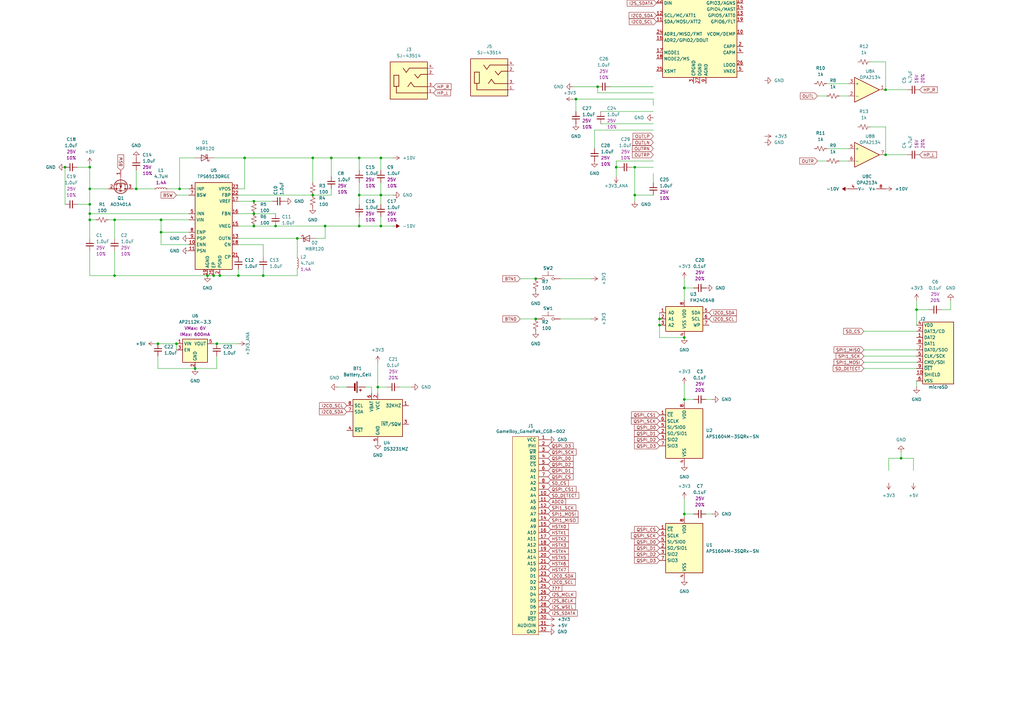
<source format=kicad_sch>
(kicad_sch (version 20250114) (generator "eeschema") (generator_version "9.0")
  (paper "A3")
  (junction (at 55.88 77.47))
  (junction (at 100.33 64.77))
  (junction (at 375.92 127))
  (junction (at 147.32 80.01))
  (junction (at 128.27 80.01))
  (junction (at 280.67 210.82))
  (junction (at 46.99 113.03))
  (junction (at 64.77 140.97))
  (junction (at 80.01 151.13))
  (junction (at 113.03 92.71))
  (junction (at 36.83 87.63))
  (junction (at 363.22 36.83))
  (junction (at 156.21 92.71))
  (junction (at 260.35 80.01))
  (junction (at 270.51 133.35))
  (junction (at 270.51 130.81))
  (junction (at 107.95 113.03))
  (junction (at 104.14 87.63))
  (junction (at 236.22 40.64))
  (junction (at 128.27 64.77))
  (junction (at 156.21 80.01))
  (junction (at 72.39 140.97))
  (junction (at 363.22 63.5))
  (junction (at 219.71 114.3))
  (junction (at 147.32 64.77))
  (junction (at 88.9 140.97))
  (junction (at 156.21 64.77))
  (junction (at 280.67 138.43))
  (junction (at 87.63 113.03))
  (junction (at 154.94 158.75))
  (junction (at 280.67 163.83))
  (junction (at 26.67 68.58))
  (junction (at 147.32 92.71))
  (junction (at 104.14 92.71))
  (junction (at 46.99 90.17))
  (junction (at 135.89 64.77))
  (junction (at 219.71 130.81))
  (junction (at 90.17 113.03))
  (junction (at 245.11 35.56))
  (junction (at 66.04 95.25))
  (junction (at 104.14 82.55))
  (junction (at 133.35 92.71))
  (junction (at 36.83 83.82))
  (junction (at 36.83 90.17))
  (junction (at 121.92 97.79))
  (junction (at 280.67 118.11))
  (junction (at 66.04 90.17))
  (junction (at 85.09 113.03))
  (junction (at 36.83 68.58))
  (junction (at 369.57 187.96))
  (junction (at 36.83 77.47))
  (junction (at 97.79 113.03))
  (junction (at 73.66 77.47))
  (junction (at 252.73 68.58))
  (junction (at 260.35 68.58))
  (wire (pts (xy 252.73 72.39) (xy 252.73 68.58)))
  (wire (pts (xy 375.92 127) (xy 381 127)))
  (wire (pts (xy 100.33 77.47) (xy 97.79 77.47)))
  (wire (pts (xy 252.73 66.04) (xy 267.97 66.04)))
  (wire (pts (xy 128.27 74.93) (xy 128.27 64.77)))
  (wire (pts (xy 36.83 77.47) (xy 44.45 77.47)))
  (wire (pts (xy 339.09 60.96) (xy 347.98 60.96)))
  (wire (pts (xy 31.75 83.82) (xy 36.83 83.82)))
  (wire (pts (xy 280.67 157.48) (xy 280.67 163.83)))
  (wire (pts (xy 260.35 68.58) (xy 267.97 68.58)))
  (wire (pts (xy 97.79 97.79) (xy 121.92 97.79)))
  (wire (pts (xy 39.37 90.17) (xy 36.83 90.17)))
  (wire (pts (xy 245.11 38.1) (xy 267.97 38.1)))
  (wire (pts (xy 107.95 110.49) (xy 107.95 113.03)))
  (wire (pts (xy 46.99 90.17) (xy 46.99 97.79)))
  (wire (pts (xy 129.54 97.79) (xy 133.35 97.79)))
  (wire (pts (xy 121.92 113.03) (xy 107.95 113.03)))
  (wire (pts (xy 85.09 113.03) (xy 87.63 113.03)))
  (wire (pts (xy 375.92 127) (xy 375.92 133.35)))
  (wire (pts (xy 280.67 163.83) (xy 280.67 165.1)))
  (wire (pts (xy 77.47 87.63) (xy 36.83 87.63)))
  (wire (pts (xy 135.89 72.39) (xy 135.89 64.77)))
  (wire (pts (xy 369.57 187.96) (xy 374.65 187.96)))
  (wire (pts (xy 46.99 102.87) (xy 46.99 113.03)))
  (wire (pts (xy 121.92 97.79) (xy 121.92 105.41)))
  (wire (pts (xy 158.75 158.75) (xy 154.94 158.75)))
  (wire (pts (xy 104.14 87.63) (xy 97.79 87.63)))
  (wire (pts (xy 354.33 151.13) (xy 375.92 151.13)))
  (wire (pts (xy 354.33 148.59) (xy 375.92 148.59)))
  (wire (pts (xy 260.35 82.55) (xy 260.35 80.01)))
  (wire (pts (xy 354.33 146.05) (xy 375.92 146.05)))
  (wire (pts (xy 156.21 92.71) (xy 147.32 92.71)))
  (wire (pts (xy 236.22 40.64) (xy 267.97 40.64)))
  (wire (pts (xy 245.11 35.56) (xy 245.11 38.1)))
  (wire (pts (xy 252.73 68.58) (xy 254 68.58)))
  (wire (pts (xy 168.91 158.75) (xy 163.83 158.75)))
  (wire (pts (xy 363.22 52.07) (xy 363.22 63.5)))
  (wire (pts (xy 147.32 88.9) (xy 147.32 92.71)))
  (wire (pts (xy 80.01 151.13) (xy 64.77 151.13)))
  (wire (pts (xy 44.45 90.17) (xy 46.99 90.17)))
  (wire (pts (xy 107.95 113.03) (xy 97.79 113.03)))
  (wire (pts (xy 66.04 95.25) (xy 77.47 95.25)))
  (wire (pts (xy 97.79 92.71) (xy 104.14 92.71)))
  (wire (pts (xy 156.21 80.01) (xy 156.21 83.82)))
  (wire (pts (xy 259.08 68.58) (xy 260.35 68.58)))
  (wire (pts (xy 339.09 39.37) (xy 335.28 39.37)))
  (wire (pts (xy 26.67 68.58) (xy 26.67 83.82)))
  (wire (pts (xy 280.67 114.3) (xy 280.67 118.11)))
  (wire (pts (xy 147.32 92.71) (xy 133.35 92.71)))
  (wire (pts (xy 64.77 140.97) (xy 72.39 140.97)))
  (wire (pts (xy 375.92 123.19) (xy 375.92 127)))
  (wire (pts (xy 356.87 52.07) (xy 363.22 52.07)))
  (wire (pts (xy 213.36 130.81) (xy 219.71 130.81)))
  (wire (pts (xy 100.33 64.77) (xy 100.33 77.47)))
  (wire (pts (xy 156.21 69.85) (xy 156.21 64.77)))
  (wire (pts (xy 36.83 77.47) (xy 36.83 68.58)))
  (wire (pts (xy 250.19 35.56) (xy 267.97 35.56)))
  (wire (pts (xy 372.11 63.5) (xy 363.22 63.5)))
  (wire (pts (xy 280.67 118.11) (xy 280.67 123.19)))
  (wire (pts (xy 389.89 127) (xy 386.08 127)))
  (wire (pts (xy 88.9 140.97) (xy 87.63 140.97)))
  (wire (pts (xy 128.27 64.77) (xy 135.89 64.77)))
  (wire (pts (xy 66.04 90.17) (xy 77.47 90.17)))
  (wire (pts (xy 375.92 156.21) (xy 375.92 158.75)))
  (wire (pts (xy 344.17 66.04) (xy 347.98 66.04)))
  (wire (pts (xy 46.99 113.03) (xy 85.09 113.03)))
  (wire (pts (xy 234.95 40.64) (xy 236.22 40.64)))
  (wire (pts (xy 73.66 64.77) (xy 73.66 77.47)))
  (wire (pts (xy 280.67 210.82) (xy 284.48 210.82)))
  (wire (pts (xy 63.5 77.47) (xy 55.88 77.47)))
  (wire (pts (xy 161.29 64.77) (xy 156.21 64.77)))
  (wire (pts (xy 36.83 102.87) (xy 36.83 113.03)))
  (wire (pts (xy 246.38 50.8) (xy 267.97 50.8)))
  (wire (pts (xy 66.04 90.17) (xy 66.04 95.25)))
  (wire (pts (xy 354.33 135.89) (xy 375.92 135.89)))
  (wire (pts (xy 36.83 83.82) (xy 36.83 77.47)))
  (wire (pts (xy 389.89 123.19) (xy 389.89 127)))
  (wire (pts (xy 97.79 110.49) (xy 97.79 113.03)))
  (wire (pts (xy 364.49 187.96) (xy 369.57 187.96)))
  (wire (pts (xy 121.92 113.03) (xy 121.92 110.49)))
  (wire (pts (xy 267.97 53.34) (xy 243.84 53.34)))
  (wire (pts (xy 135.89 77.47) (xy 135.89 80.01)))
  (wire (pts (xy 152.4 158.75) (xy 152.4 161.29)))
  (wire (pts (xy 344.17 39.37) (xy 347.98 39.37)))
  (wire (pts (xy 270.51 138.43) (xy 280.67 138.43)))
  (wire (pts (xy 97.79 140.97) (xy 88.9 140.97)))
  (wire (pts (xy 374.65 187.96) (xy 374.65 193.04)))
  (wire (pts (xy 280.67 163.83) (xy 284.48 163.83)))
  (wire (pts (xy 147.32 80.01) (xy 156.21 80.01)))
  (wire (pts (xy 280.67 210.82) (xy 280.67 212.09)))
  (wire (pts (xy 113.03 92.71) (xy 104.14 92.71)))
  (wire (pts (xy 68.58 77.47) (xy 73.66 77.47)))
  (wire (pts (xy 292.1 163.83) (xy 289.56 163.83)))
  (wire (pts (xy 133.35 97.79) (xy 133.35 92.71)))
  (wire (pts (xy 242.57 114.3) (xy 229.87 114.3)))
  (wire (pts (xy 46.99 90.17) (xy 66.04 90.17)))
  (wire (pts (xy 87.63 113.03) (xy 90.17 113.03)))
  (wire (pts (xy 104.14 82.55) (xy 111.76 82.55)))
  (wire (pts (xy 149.86 158.75) (xy 152.4 158.75)))
  (wire (pts (xy 128.27 64.77) (xy 100.33 64.77)))
  (wire (pts (xy 107.95 105.41) (xy 107.95 100.33)))
  (wire (pts (xy 97.79 113.03) (xy 90.17 113.03)))
  (wire (pts (xy 156.21 88.9) (xy 156.21 92.71)))
  (wire (pts (xy 236.22 40.64) (xy 236.22 45.72)))
  (wire (pts (xy 107.95 100.33) (xy 97.79 100.33)))
  (wire (pts (xy 260.35 68.58) (xy 260.35 80.01)))
  (wire (pts (xy 36.83 113.03) (xy 46.99 113.03)))
  (wire (pts (xy 252.73 68.58) (xy 252.73 66.04)))
  (wire (pts (xy 147.32 64.77) (xy 156.21 64.77)))
  (wire (pts (xy 87.63 64.77) (xy 100.33 64.77)))
  (wire (pts (xy 243.84 53.34) (xy 243.84 60.96)))
  (wire (pts (xy 128.27 80.01) (xy 135.89 80.01)))
  (wire (pts (xy 364.49 193.04) (xy 364.49 187.96)))
  (wire (pts (xy 36.83 90.17) (xy 36.83 87.63)))
  (wire (pts (xy 135.89 64.77) (xy 147.32 64.77)))
  (wire (pts (xy 128.27 80.01) (xy 97.79 80.01)))
  (wire (pts (xy 66.04 100.33) (xy 66.04 95.25)))
  (wire (pts (xy 280.67 204.47) (xy 280.67 210.82)))
  (wire (pts (xy 154.94 158.75) (xy 154.94 161.29)))
  (wire (pts (xy 147.32 74.93) (xy 147.32 80.01)))
  (wire (pts (xy 36.83 68.58) (xy 36.83 67.31)))
  (wire (pts (xy 270.51 133.35) (xy 270.51 138.43)))
  (wire (pts (xy 339.09 66.04) (xy 335.28 66.04)))
  (wire (pts (xy 73.66 77.47) (xy 77.47 77.47)))
  (wire (pts (xy 147.32 80.01) (xy 147.32 83.82)))
  (wire (pts (xy 363.22 25.4) (xy 363.22 36.83)))
  (wire (pts (xy 292.1 210.82) (xy 289.56 210.82)))
  (wire (pts (xy 339.09 34.29) (xy 347.98 34.29)))
  (wire (pts (xy 267.97 74.93) (xy 267.97 71.12)))
  (wire (pts (xy 142.24 158.75) (xy 138.43 158.75)))
  (wire (pts (xy 363.22 36.83) (xy 372.11 36.83)))
  (wire (pts (xy 63.5 140.97) (xy 64.77 140.97)))
  (wire (pts (xy 284.48 118.11) (xy 280.67 118.11)))
  (wire (pts (xy 72.39 80.01) (xy 77.47 80.01)))
  (wire (pts (xy 270.51 128.27) (xy 270.51 130.81)))
  (wire (pts (xy 55.88 69.85) (xy 55.88 77.47)))
  (wire (pts (xy 88.9 151.13) (xy 80.01 151.13)))
  (wire (pts (xy 260.35 80.01) (xy 267.97 80.01)))
  (wire (pts (xy 270.51 130.81) (xy 270.51 133.35)))
  (wire (pts (xy 242.57 130.81) (xy 229.87 130.81)))
  (wire (pts (xy 267.97 40.64) (xy 267.97 43.18)))
  (wire (pts (xy 213.36 114.3) (xy 219.71 114.3)))
  (wire (pts (xy 104.14 87.63) (xy 113.03 87.63)))
  (wire (pts (xy 88.9 146.05) (xy 88.9 151.13)))
  (wire (pts (xy 147.32 64.77) (xy 147.32 69.85)))
  (wire (pts (xy 369.57 185.42) (xy 369.57 187.96)))
  (wire (pts (xy 354.33 143.51) (xy 375.92 143.51)))
  (wire (pts (xy 31.75 68.58) (xy 36.83 68.58)))
  (wire (pts (xy 72.39 140.97) (xy 72.39 143.51)))
  (wire (pts (xy 246.38 45.72) (xy 267.97 45.72)))
  (wire (pts (xy 55.88 77.47) (xy 54.61 77.47)))
  (wire (pts (xy 113.03 92.71) (xy 133.35 92.71)))
  (wire (pts (xy 36.83 87.63) (xy 36.83 83.82)))
  (wire (pts (xy 156.21 80.01) (xy 156.21 74.93)))
  (wire (pts (xy 104.14 82.55) (xy 97.79 82.55)))
  (wire (pts (xy 356.87 25.4) (xy 363.22 25.4)))
  (wire (pts (xy 80.01 64.77) (xy 73.66 64.77)))
  (wire (pts (xy 161.29 92.71) (xy 156.21 92.71)))
  (wire (pts (xy 234.95 35.56) (xy 245.11 35.56)))
  (wire (pts (xy 36.83 90.17) (xy 36.83 97.79)))
  (wire (pts (xy 64.77 151.13) (xy 64.77 146.05)))
  (wire (pts (xy 161.29 80.01) (xy 156.21 80.01)))
  (wire (pts (xy 154.94 148.59) (xy 154.94 158.75)))
  (wire (pts (xy 77.47 100.33) (xy 66.04 100.33)))
  (global_label "OUTR" (shape input) (at 335.28 66.04 180) (property "Intersheetrefs" "${INTERSHEET_REFS}" (effects (hide yes))))
  (global_label "BTN1" (shape input) (at 213.36 114.3 180) (property "Intersheetrefs" "${INTERSHEET_REFS}" (effects (hide yes))))
  (global_label "I2C0_SDA" (shape input) (at 142.24 168.91 180) (property "Intersheetrefs" "${INTERSHEET_REFS}" (effects (hide yes))))
  (global_label "OUTLN" (shape input) (at 267.97 58.42 180) (property "Intersheetrefs" "${INTERSHEET_REFS}" (effects (hide yes))))
  (global_label "QSPI_CS1" (shape input) (at 224.79 200.66 0) (property "Intersheetrefs" "${INTERSHEET_REFS}" (effects (hide yes))))
  (global_label "I2S_MCLK" (shape input) (at 269.24 -6.35 180) (property "Intersheetrefs" "${INTERSHEET_REFS}" (effects (hide yes))))
  (global_label "OUTR" (shape input) (at 304.8 -3.81 0) (property "Intersheetrefs" "${INTERSHEET_REFS}" (effects (hide yes))))
  (global_label "HP_L" (shape input) (at 177.8 38.1 0) (property "Intersheetrefs" "${INTERSHEET_REFS}" (effects (hide yes))))
  (global_label "QSPI_SCK" (shape input) (at 270.51 219.71 180) (property "Intersheetrefs" "${INTERSHEET_REFS}" (effects (hide yes))))
  (global_label "I2S_BCLK" (shape input) (at 269.24 -3.81 180) (property "Intersheetrefs" "${INTERSHEET_REFS}" (effects (hide yes))))
  (global_label "SD_CS" (shape input) (at 224.79 198.12 0) (property "Intersheetrefs" "${INTERSHEET_REFS}" (effects (hide yes))))
  (global_label "QSPI_D2" (shape input) (at 270.51 227.33 180) (property "Intersheetrefs" "${INTERSHEET_REFS}" (effects (hide yes))))
  (global_label "QSPI_D2" (shape input) (at 224.79 190.5 0) (property "Intersheetrefs" "${INTERSHEET_REFS}" (effects (hide yes))))
  (global_label "OUTLP" (shape input) (at 267.97 55.88 180) (property "Intersheetrefs" "${INTERSHEET_REFS}" (effects (hide yes))))
  (global_label "I2C0_SDA" (shape input) (at 224.79 236.22 0) (property "Intersheetrefs" "${INTERSHEET_REFS}" (effects (hide yes))))
  (global_label "HSTX5" (shape input) (at 224.79 228.6 0) (property "Intersheetrefs" "${INTERSHEET_REFS}" (effects (hide yes))))
  (global_label "QSPI_D1" (shape input) (at 270.51 224.79 180) (property "Intersheetrefs" "${INTERSHEET_REFS}" (effects (hide yes))))
  (global_label "SPI1_MOSI" (shape input) (at 354.33 148.59 180) (property "Intersheetrefs" "${INTERSHEET_REFS}" (effects (hide yes))))
  (global_label "QSPI_D1" (shape input) (at 224.79 193.04 0) (property "Intersheetrefs" "${INTERSHEET_REFS}" (effects (hide yes))))
  (global_label "HP_R" (shape input) (at 377.19 36.83 0) (property "Intersheetrefs" "${INTERSHEET_REFS}" (effects (hide yes))))
  (global_label "I2C0_SCL" (shape input) (at 224.79 238.76 0) (property "Intersheetrefs" "${INTERSHEET_REFS}" (effects (hide yes))))
  (global_label "QSPI_D3" (shape input) (at 270.51 229.87 180) (property "Intersheetrefs" "${INTERSHEET_REFS}" (effects (hide yes))))
  (global_label "OUTL" (shape input) (at 304.8 -6.35 0) (property "Intersheetrefs" "${INTERSHEET_REFS}" (effects (hide yes))))
  (global_label "???" (shape input) (at 224.79 241.3 0) (property "Intersheetrefs" "${INTERSHEET_REFS}" (effects (hide yes))))
  (global_label "I2S_BCLK" (shape input) (at 224.79 246.38 0) (property "Intersheetrefs" "${INTERSHEET_REFS}" (effects (hide yes))))
  (global_label "QSPI_D3" (shape input) (at 224.79 182.88 0) (property "Intersheetrefs" "${INTERSHEET_REFS}" (effects (hide yes))))
  (global_label "QSPI_D0" (shape input) (at 270.51 175.26 180) (property "Intersheetrefs" "${INTERSHEET_REFS}" (effects (hide yes))))
  (global_label "BSW" (shape input) (at 72.39 80.01 180) (property "Intersheetrefs" "${INTERSHEET_REFS}" (effects (hide yes))))
  (global_label "HSTX1" (shape input) (at 224.79 218.44 0) (property "Intersheetrefs" "${INTERSHEET_REFS}" (effects (hide yes))))
  (global_label "OUTRN" (shape input) (at 267.97 60.96 180) (property "Intersheetrefs" "${INTERSHEET_REFS}" (effects (hide yes))))
  (global_label "OUTL" (shape input) (at 335.28 39.37 180) (property "Intersheetrefs" "${INTERSHEET_REFS}" (effects (hide yes))))
  (global_label "I2C0_SCL" (shape input) (at 142.24 166.37 180) (property "Intersheetrefs" "${INTERSHEET_REFS}" (effects (hide yes))))
  (global_label "HSTX4" (shape input) (at 224.79 226.06 0) (property "Intersheetrefs" "${INTERSHEET_REFS}" (effects (hide yes))))
  (global_label "QSPI_D3" (shape input) (at 270.51 182.88 180) (property "Intersheetrefs" "${INTERSHEET_REFS}" (effects (hide yes))))
  (global_label "QSPI_D0" (shape input) (at 270.51 222.25 180) (property "Intersheetrefs" "${INTERSHEET_REFS}" (effects (hide yes))))
  (global_label "OUTRP" (shape input) (at 267.97 63.5 180) (property "Intersheetrefs" "${INTERSHEET_REFS}" (effects (hide yes))))
  (global_label "I2S_SDATA" (shape input) (at 224.79 251.46 0) (property "Intersheetrefs" "${INTERSHEET_REFS}" (effects (hide yes))))
  (global_label "I2S_WSEL" (shape input) (at 224.79 248.92 0) (property "Intersheetrefs" "${INTERSHEET_REFS}" (effects (hide yes))))
  (global_label "QSPI_D1" (shape input) (at 270.51 177.8 180) (property "Intersheetrefs" "${INTERSHEET_REFS}" (effects (hide yes))))
  (global_label "QSPI_CS1" (shape input) (at 270.51 170.18 180) (property "Intersheetrefs" "${INTERSHEET_REFS}" (effects (hide yes))))
  (global_label "SD_DETECT" (shape input) (at 354.33 151.13 180) (property "Intersheetrefs" "${INTERSHEET_REFS}" (effects (hide yes))))
  (global_label "SPI1_MOSI" (shape input) (at 224.79 210.82 0) (property "Intersheetrefs" "${INTERSHEET_REFS}" (effects (hide yes))))
  (global_label "QSPI_D2" (shape input) (at 270.51 180.34 180) (property "Intersheetrefs" "${INTERSHEET_REFS}" (effects (hide yes))))
  (global_label "QSPI_D0" (shape input) (at 224.79 187.96 0) (property "Intersheetrefs" "${INTERSHEET_REFS}" (effects (hide yes))))
  (global_label "I2C0_SDA" (shape input) (at 290.83 128.27 0) (property "Intersheetrefs" "${INTERSHEET_REFS}" (effects (hide yes))))
  (global_label "I2S_WSEL" (shape input) (at 269.24 -1.27 180) (property "Intersheetrefs" "${INTERSHEET_REFS}" (effects (hide yes))))
  (global_label "I2C0_SDA" (shape input) (at 269.24 6.35 180) (property "Intersheetrefs" "${INTERSHEET_REFS}" (effects (hide yes))))
  (global_label "HSTX3" (shape input) (at 224.79 223.52 0) (property "Intersheetrefs" "${INTERSHEET_REFS}" (effects (hide yes))))
  (global_label "SPI1_SCK" (shape input) (at 354.33 146.05 180) (property "Intersheetrefs" "${INTERSHEET_REFS}" (effects (hide yes))))
  (global_label "HP_L" (shape input) (at 377.19 63.5 0) (property "Intersheetrefs" "${INTERSHEET_REFS}" (effects (hide yes))))
  (global_label "BTN0" (shape input) (at 213.36 130.81 180) (property "Intersheetrefs" "${INTERSHEET_REFS}" (effects (hide yes))))
  (global_label "SPI1_MISO" (shape input) (at 354.33 143.51 180) (property "Intersheetrefs" "${INTERSHEET_REFS}" (effects (hide yes))))
  (global_label "SD_CS" (shape input) (at 354.33 135.89 180) (property "Intersheetrefs" "${INTERSHEET_REFS}" (effects (hide yes))))
  (global_label "QSPI_SCK" (shape input) (at 224.79 185.42 0) (property "Intersheetrefs" "${INTERSHEET_REFS}" (effects (hide yes))))
  (global_label "I2S_SDATA" (shape input) (at 269.24 1.27 180) (property "Intersheetrefs" "${INTERSHEET_REFS}" (effects (hide yes))))
  (global_label "ADC0" (shape input) (at 224.79 205.74 0) (property "Intersheetrefs" "${INTERSHEET_REFS}" (effects (hide yes))))
  (global_label "HP_R" (shape input) (at 177.8 35.56 0) (property "Intersheetrefs" "${INTERSHEET_REFS}" (effects (hide yes))))
  (global_label "SD_DETECT" (shape input) (at 224.79 203.2 0) (property "Intersheetrefs" "${INTERSHEET_REFS}" (effects (hide yes))))
  (global_label "SPI1_SCK" (shape input) (at 224.79 208.28 0) (property "Intersheetrefs" "${INTERSHEET_REFS}" (effects (hide yes))))
  (global_label "HSTX2" (shape input) (at 224.79 220.98 0) (property "Intersheetrefs" "${INTERSHEET_REFS}" (effects (hide yes))))
  (global_label "BSW" (shape input) (at 49.53 69.85 90) (property "Intersheetrefs" "${INTERSHEET_REFS}" (effects (hide yes))))
  (global_label "I2C0_SCL" (shape input) (at 269.24 8.89 180) (property "Intersheetrefs" "${INTERSHEET_REFS}" (effects (hide yes))))
  (global_label "I2S_MCLK" (shape input) (at 224.79 243.84 0) (property "Intersheetrefs" "${INTERSHEET_REFS}" (effects (hide yes))))
  (global_label "HSTX6" (shape input) (at 224.79 231.14 0) (property "Intersheetrefs" "${INTERSHEET_REFS}" (effects (hide yes))))
  (global_label "QSPI_CS" (shape input) (at 224.79 195.58 0) (property "Intersheetrefs" "${INTERSHEET_REFS}" (effects (hide yes))))
  (global_label "I2C0_SCL" (shape input) (at 290.83 130.81 0) (property "Intersheetrefs" "${INTERSHEET_REFS}" (effects (hide yes))))
  (global_label "HSTX0" (shape input) (at 224.79 215.9 0) (property "Intersheetrefs" "${INTERSHEET_REFS}" (effects (hide yes))))
  (global_label "QSPI_CS" (shape input) (at 270.51 217.17 180) (property "Intersheetrefs" "${INTERSHEET_REFS}" (effects (hide yes))))
  (global_label "SPI1_MISO" (shape input) (at 224.79 213.36 0) (property "Intersheetrefs" "${INTERSHEET_REFS}" (effects (hide yes))))
  (global_label "HSTX7" (shape input) (at 224.79 233.68 0) (property "Intersheetrefs" "${INTERSHEET_REFS}" (effects (hide yes))))
  (global_label "QSPI_SCK" (shape input) (at 270.51 172.72 180) (property "Intersheetrefs" "${INTERSHEET_REFS}" (effects (hide yes))))
  (symbol (lib_id "Connector_GameBoy:GameBoy_GamePak_CGB-002") (at 220.98 219.71 0) (unit 1)
    (property "Reference" "J1" (at 217.678 174.625 0))
    (property "Value" "GameBoy_GamePak_CGB-002" (at 217.678 176.9364 0))
    (property "Footprint" "Connector_GameBoy:GameBoy_GamePak_CGB-002_P1.50mm_Edge" (effects (hide yes)))
  )
  (symbol (lib_id "Memory_RAM:APS1604M-3SQRx-SN") (at 280.67 224.79 0) (unit 1)
    (property "Reference" "U1" (at 289.56 223.52 0) (effects (justify left)))
    (property "Value" "APS1604M-3SQRx-SN" (at 289.56 226.06 0) (effects (justify left)))
    (property "Footprint" "Package_SO:SOIC-8_3.9x4.9mm_P1.27mm" (effects (hide yes)))
    (property "Datasheet" "https://www.mouser.com/datasheet/2/1127/APM_PSRAM_QSPI_APS1604M_3SQR_v2_7_PKG-1954896.pdf" (effects (hide yes)))
    (property "Description" "16 Mbit / 2M x 8-bits serial pseudo SRAM MEMORY, up to 133MHz, 2.7-3.6V supply, SOIC-8 (SOP-8)" (effects (hide yes)))
  )
  (symbol (lib_id "SparkFun-Capacitor:4.7uF_1206_16V_20%") (at 374.65 63.5 90) (unit 1)
    (property "Reference" "C4" (at 370.8463 60.96 0) (effects (justify left)))
    (property "Value" "4.7uF" (at 373.3863 60.96 0) (effects (justify left)))
    (property "Footprint" "SparkFun-Capacitor:C_1206_3216Metric" (effects (hide yes)))
    (property "Datasheet" "https://search.kemet.com/download/datasheet/C1206C475Z4VAC7800" (effects (hide yes)))
    (property "Description" "Unpolarized capacitor" (effects (hide yes)))
    (property "PROD_ID" "CAP-10300" (effects (hide yes)))
    (property "Voltage" "16V" (at 375.9263 60.96 0) (effects (justify left)))
    (property "Tolerance" "20%" (at 378.4663 60.96 0) (effects (justify left)))
    (property "Temperature Coefficient" "Y5V" (effects (hide yes)))
  )
  (symbol (lib_id "power:+5V") (at 36.83 67.31 0) (unit 1)
    (property "Reference" "#PWR01" (effects (hide yes)))
    (property "Value" "+5V" (at 36.83 62.23 0))
    (property "Description" "Power symbol creates a global label with name \"+5V\"" (effects (hide yes)))
  )
  (symbol (lib_id "power:GND") (at 280.67 190.5 0) (unit 1)
    (property "Reference" "#PWR03" (effects (hide yes)))
    (property "Value" "GND" (at 280.67 195.58 0))
    (property "Description" "Power symbol creates a global label with name \"GND\" , ground" (effects (hide yes)))
  )
  (symbol (lib_id "SparkFun-Capacitor:1.0uF_0805_25V_10%") (at 267.97 77.47 0) (unit 1)
    (property "Reference" "C25" (at 270.51 73.6663 0) (effects (justify left)))
    (property "Value" "1.0uF" (at 270.51 76.2063 0) (effects (justify left)))
    (property "Footprint" "SparkFun-Capacitor:C_0402_1005Metric" (effects (hide yes)))
    (property "Datasheet" "https://cdn.sparkfun.com/assets/8/a/4/a/5/Kemet_Capacitor_Datasheet.pdf" (effects (hide yes)))
    (property "Description" "Unpolarized capacitor" (effects (hide yes)))
    (property "PROD_ID" "CAP-08064" (effects (hide yes)))
    (property "Voltage" "25V" (at 270.51 78.7463 0) (effects (justify left)))
    (property "Tolerance" "10%" (at 270.51 81.2863 0) (effects (justify left)))
  )
  (symbol (lib_id "Amplifier_Operational:OPA2134") (at 355.6 36.83 0) (unit 1)
    (property "Reference" "U8" (at 356.87 29.21 0))
    (property "Value" "OPA2134" (at 356.87 31.75 0))
    (property "Datasheet" "http://www.ti.com/lit/ds/symlink/opa134.pdf" (effects (hide yes)))
    (property "Description" "Dual SoundPlus High Performance Audio Operational Amplifiers, DIP-8/SOIC-8" (effects (hide yes)))
  )
  (symbol (lib_id "power:GND") (at 219.71 119.38 0) (unit 1)
    (property "Reference" "#PWR051" (effects (hide yes)))
    (property "Value" "GND" (at 219.71 124.46 0))
    (property "Description" "Power symbol creates a global label with name \"GND\" , ground" (effects (hide yes)))
  )
  (symbol (lib_id "power:+3V3") (at 154.94 148.59 0) (unit 1)
    (property "Reference" "#PWR031" (effects (hide yes)))
    (property "Value" "+3V3" (at 154.94 143.51 0))
    (property "Description" "Power symbol creates a global label with name \"+3V3\"" (effects (hide yes)))
  )
  (symbol (lib_id "Timer_RTC:DS3231MZ") (at 154.94 171.45 0) (unit 1)
    (property "Reference" "U4" (at 157.2672 181.61 0) (effects (justify left)))
    (property "Value" "DS3231MZ" (at 157.2672 184.15 0) (effects (justify left)))
    (property "Footprint" "Package_SO:SOIC-8_3.9x4.9mm_P1.27mm" (effects (hide yes)))
    (property "Datasheet" "http://datasheets.maximintegrated.com/en/ds/DS3231M.pdf" (effects (hide yes)))
    (property "Description" "±5ppm, I2C Real-Time Clock SOIC-8" (effects (hide yes)))
  )
  (symbol (lib_id "power:GND") (at 292.1 163.83 90) (unit 1)
    (property "Reference" "#PWR02" (effects (hide yes)))
    (property "Value" "GND" (at 295.91 163.83 90) (effects (justify right)))
    (property "Description" "Power symbol creates a global label with name \"GND\" , ground" (effects (hide yes)))
  )
  (symbol (lib_id "Diode:MBR1020VL") (at 83.82 64.77 180) (unit 1)
    (property "Reference" "D1" (at 84.1375 58.42 0))
    (property "Value" "MBR120" (at 84.1375 60.96 0))
    (property "Footprint" "Diode_SMD:D_SOD-123F" (effects (hide yes)))
    (property "Datasheet" "https://www.onsemi.com/pub/Collateral/MBR1020VL-D.PDF" (effects (hide yes)))
    (property "Description" "20V, 1A, 340 mV, Schottky Diode Rectifier, SOD-123F" (effects (hide yes)))
  )
  (symbol (lib_id "power:+10V") (at 161.29 64.77 270) (unit 1)
    (property "Reference" "#PWR010" (effects (hide yes)))
    (property "Value" "+10V" (at 165.1 64.77 90) (effects (justify left)))
    (property "Description" "Power symbol creates a global label with name \"+10V\"" (effects (hide yes)))
  )
  (symbol (lib_id "SparkFun-Capacitor:1.0uF_0805_25V_10%") (at 156.21 72.39 0) (unit 1)
    (property "Reference" "C9" (at 158.75 68.5863 0) (effects (justify left)))
    (property "Value" "1.0uF" (at 158.75 71.1263 0) (effects (justify left)))
    (property "Footprint" "SparkFun-Capacitor:C_1206_3216Metric" (effects (hide yes)))
    (property "Datasheet" "https://cdn.sparkfun.com/assets/8/a/4/a/5/Kemet_Capacitor_Datasheet.pdf" (effects (hide yes)))
    (property "Description" "Unpolarized capacitor" (effects (hide yes)))
    (property "PROD_ID" "CAP-08064" (effects (hide yes)))
    (property "Voltage" "25V" (at 158.75 73.6663 0) (effects (justify left)))
    (property "Tolerance" "10%" (at 158.75 76.2063 0) (effects (justify left)))
  )
  (symbol (lib_id "SparkFun-Resistor:1k_0603") (at 354.33 25.4 0) (unit 1)
    (property "Reference" "R12" (at 354.33 19.05 0))
    (property "Value" "1k" (at 354.33 21.59 0))
    (property "Footprint" "SparkFun-Resistor:R_0603_1608Metric" (effects (hide yes)))
    (property "Datasheet" "https://www.vishay.com/docs/20035/dcrcwe3.pdf" (effects (hide yes)))
    (property "Description" "Resistor" (effects (hide yes)))
    (property "PROD_ID" "RES-07856" (effects (hide yes)))
  )
  (symbol (lib_id "power:+3V3") (at 364.49 198.12 180) (unit 1)
    (property "Reference" "#PWR019" (effects (hide yes)))
    (property "Value" "+3V3" (at 364.49 203.2 0))
    (property "Description" "Power symbol creates a global label with name \"+3V3\"" (effects (hide yes)))
  )
  (symbol (lib_id "power:GND") (at 243.84 66.04 0) (unit 1)
    (property "Reference" "#PWR048" (effects (hide yes)))
    (property "Value" "GND" (at 243.84 71.12 0))
    (property "Description" "Power symbol creates a global label with name \"GND\" , ground" (effects (hide yes)))
  )
  (symbol (lib_id "power:GND") (at 267.97 48.26 270) (unit 1)
    (property "Reference" "#PWR046" (effects (hide yes)))
    (property "Value" "GND" (at 264.16 48.26 90) (effects (justify right)))
    (property "Description" "Power symbol creates a global label with name \"GND\" , ground" (effects (hide yes)))
  )
  (symbol (lib_id "Amplifier_Operational:OPA2134") (at 355.6 63.5 0) (unit 2)
    (property "Reference" "U8" (at 356.87 55.88 0))
    (property "Value" "OPA2134" (at 356.87 58.42 0))
    (property "Datasheet" "http://www.ti.com/lit/ds/symlink/opa134.pdf" (effects (hide yes)))
    (property "Description" "Dual SoundPlus High Performance Audio Operational Amplifiers, DIP-8/SOIC-8" (effects (hide yes)))
  )
  (symbol (lib_id "power:+3V3") (at 280.67 157.48 0) (unit 1)
    (property "Reference" "#PWR029" (effects (hide yes)))
    (property "Value" "+3V3" (at 280.67 152.4 0))
    (property "Description" "Power symbol creates a global label with name \"+3V3\"" (effects (hide yes)))
  )
  (symbol (lib_id "power:+3V3") (at 242.57 130.81 270) (unit 1)
    (property "Reference" "#PWR054" (effects (hide yes)))
    (property "Value" "+3V3" (at 247.65 130.81 0))
    (property "Description" "Power symbol creates a global label with name \"+3V3\"" (effects (hide yes)))
  )
  (symbol (lib_id "SparkFun-PowerSymbol:3.3V") (at 252.73 72.39 180) (unit 1)
    (property "Reference" "#PWR043" (effects (hide yes)))
    (property "Value" "+3V3_ANA" (at 252.73 76.2 0))
    (property "Description" "Power symbol creates a global label with name \"3.3V\"" (effects (hide yes)))
  )
  (symbol (lib_id "power:GND") (at 219.71 135.89 0) (unit 1)
    (property "Reference" "#PWR052" (effects (hide yes)))
    (property "Value" "GND" (at 219.71 140.97 0))
    (property "Description" "Power symbol creates a global label with name \"GND\" , ground" (effects (hide yes)))
  )
  (symbol (lib_id "SparkFun-Capacitor:1.0uF_0805_25V_10%") (at 114.3 82.55 90) (unit 1)
    (property "Reference" "C10" (at 113.03 80.01 0) (effects (justify left)))
    (property "Value" "1.0uF" (at 115.57 80.01 0) (effects (justify left)))
    (property "Footprint" "SparkFun-Capacitor:C_0603_1608Metric" (effects (hide yes)))
    (property "Datasheet" "https://cdn.sparkfun.com/assets/8/a/4/a/5/Kemet_Capacitor_Datasheet.pdf" (effects (hide yes)))
    (property "Description" "Unpolarized capacitor" (effects (hide yes)))
    (property "PROD_ID" "CAP-08064" (effects (hide yes)))
    (property "Voltage" "25V" (effects (hide yes)))
    (property "Tolerance" "10%" (effects (hide yes)))
  )
  (symbol (lib_id "power:+5V") (at 224.79 256.54 270) (unit 1)
    (property "Reference" "#PWR016" (effects (hide yes)))
    (property "Value" "+5V" (at 228.6 256.54 90) (effects (justify left)))
    (property "Description" "Power symbol creates a global label with name \"+5V\"" (effects (hide yes)))
  )
  (symbol (lib_id "power:GND") (at 154.94 181.61 0) (unit 1)
    (property "Reference" "#PWR030" (effects (hide yes)))
    (property "Value" "GND" (at 154.94 186.69 0))
    (property "Description" "Power symbol creates a global label with name \"GND\" , ground" (effects (hide yes)))
  )
  (symbol (lib_id "SparkFun-Resistor:1k_0603") (at 336.55 60.96 0) (unit 1)
    (property "Reference" "R11" (at 336.55 54.61 0))
    (property "Value" "1k" (at 336.55 57.15 0))
    (property "Footprint" "SparkFun-Resistor:R_0603_1608Metric" (effects (hide yes)))
    (property "Datasheet" "https://www.vishay.com/docs/20035/dcrcwe3.pdf" (effects (hide yes)))
    (property "Description" "Resistor" (effects (hide yes)))
    (property "PROD_ID" "RES-07856" (effects (hide yes)))
  )
  (symbol (lib_id "SparkFun-Capacitor:0.1uF_0603_25V_20%") (at 383.54 127 90) (unit 1)
    (property "Reference" "C6" (at 383.5463 115.57 90))
    (property "Value" "0.1uF" (at 383.5463 118.11 90))
    (property "Footprint" "SparkFun-Capacitor:C_0603_1608Metric" (effects (hide yes)))
    (property "Datasheet" "https://cdn.sparkfun.com/assets/8/a/4/a/5/Kemet_Capacitor_Datasheet.pdf" (effects (hide yes)))
    (property "Description" "Unpolarized capacitor" (effects (hide yes)))
    (property "PROD_ID" "CAP-00810" (effects (hide yes)))
    (property "Voltage" "25V" (at 383.5463 120.65 90))
    (property "Tolerance" "20%" (at 383.5463 123.19 90))
  )
  (symbol (lib_id "SparkFun-Capacitor:1.0uF_0805_25V_10%") (at 135.89 74.93 0) (unit 1)
    (property "Reference" "C8" (at 138.43 71.1263 0) (effects (justify left)))
    (property "Value" "1.0uF" (at 138.43 73.6663 0) (effects (justify left)))
    (property "Footprint" "SparkFun-Capacitor:C_1206_3216Metric" (effects (hide yes)))
    (property "Datasheet" "https://cdn.sparkfun.com/assets/8/a/4/a/5/Kemet_Capacitor_Datasheet.pdf" (effects (hide yes)))
    (property "Description" "Unpolarized capacitor" (effects (hide yes)))
    (property "PROD_ID" "CAP-08064" (effects (hide yes)))
    (property "Voltage" "25V" (at 138.43 76.2063 0) (effects (justify left)))
    (property "Tolerance" "10%" (at 138.43 78.7463 0) (effects (justify left)))
  )
  (symbol (lib_id "SparkFun-PowerSymbol:3.3V") (at 97.79 140.97 270) (unit 1)
    (property "Reference" "#PWR039" (effects (hide yes)))
    (property "Value" "+3V3_ANA" (at 101.6 140.97 0))
    (property "Description" "Power symbol creates a global label with name \"3.3V\"" (effects (hide yes)))
  )
  (symbol (lib_id "Memory_NVRAM:FM24C64B") (at 280.67 130.81 0) (unit 1)
    (property "Reference" "U3" (at 282.9972 120.65 0) (effects (justify left)))
    (property "Value" "FM24C64B" (at 282.9972 123.19 0) (effects (justify left)))
    (property "Footprint" "Package_SO:SOIC-8_3.9x4.9mm_P1.27mm" (effects (hide yes)))
    (property "Datasheet" "http://www.cypress.com/file/41651/download" (effects (hide yes)))
    (property "Description" "64Kb serial FRAM nonvolatile Memory, SOIC-8" (effects (hide yes)))
  )
  (symbol (lib_id "power:GND") (at 80.01 151.13 0) (unit 1)
    (property "Reference" "#PWR038" (effects (hide yes)))
    (property "Value" "GND" (at 80.01 156.21 0))
    (property "Description" "Power symbol creates a global label with name \"GND\" , ground" (effects (hide yes)))
  )
  (symbol (lib_id "SparkFun-Resistor:100_0603") (at 128.27 82.55 90) (unit 1)
    (property "Reference" "R4" (at 130.81 81.28 90) (effects (justify right)))
    (property "Value" "100" (at 130.81 83.82 90) (effects (justify right)))
    (property "Footprint" "SparkFun-Resistor:R_0603_1608Metric" (effects (hide yes)))
    (property "Datasheet" "https://www.vishay.com/docs/20035/dcrcwe3.pdf" (effects (hide yes)))
    (property "Description" "Resistor" (effects (hide yes)))
    (property "PROD_ID" "RES-07863" (effects (hide yes)))
  )
  (symbol (lib_id "power:GND") (at 289.56 118.11 90) (unit 1)
    (property "Reference" "#PWR035" (effects (hide yes)))
    (property "Value" "GND" (at 293.37 118.11 90) (effects (justify right)))
    (property "Description" "Power symbol creates a global label with name \"GND\" , ground" (effects (hide yes)))
  )
  (symbol (lib_id "SparkFun-Connector:microSD_PushPush") (at 384.81 146.05 0) (unit 1)
    (property "Reference" "J2" (at 378.46 130.81 0))
    (property "Value" "microSD" (at 384.81 158.75 0))
    (property "Footprint" "SparkFun-Connector:microSD_External_Pin" (effects (hide yes)))
    (property "Datasheet" "https://cdn.sparkfun.com/assets/a/d/6/0/8/microSD_Datasheet_msd-1-a.pdf" (effects (hide yes)))
    (property "Description" "Micro SD socket External Pin" (effects (hide yes)))
    (property "PROD_ID" "CONN-16110" (effects (hide yes)))
  )
  (symbol (lib_id "SJ-43514:SJ-43514") (at 200.66 31.75 0) (unit 1)
    (property "Reference" "J5" (at 200.66 19.05 0))
    (property "Value" "SJ-43514" (at 200.66 21.59 0))
    (property "Footprint" "SJ_43514:SJ_43514" (effects (hide yes)))
    (property "MANUFACTURER" "CUI INC" (effects (hide yes)))
    (property "PART_REV" "1.04" (effects (hide yes)))
    (property "STANDARD" "MANUFACTURER RECOMMENDATIONS" (effects (hide yes)))
  )
  (symbol (lib_id "SparkFun-Resistor:1k_0603") (at 336.55 34.29 0) (unit 1)
    (property "Reference" "R10" (at 336.55 27.94 0))
    (property "Value" "1k" (at 336.55 30.48 0))
    (property "Footprint" "SparkFun-Resistor:R_0603_1608Metric" (effects (hide yes)))
    (property "Datasheet" "https://www.vishay.com/docs/20035/dcrcwe3.pdf" (effects (hide yes)))
    (property "Description" "Resistor" (effects (hide yes)))
    (property "PROD_ID" "RES-07856" (effects (hide yes)))
  )
  (symbol (lib_id "Transistor_FET:AO3401A") (at 49.53 74.93 270) (unit 1)
    (property "Reference" "Q1" (at 49.53 81.28 90))
    (property "Value" "AO3401A" (at 49.53 83.82 90))
    (property "Footprint" "Package_TO_SOT_SMD:SOT-23" (effects (hide yes)))
    (property "Datasheet" "http://www.aosmd.com/pdfs/datasheet/AO3401A.pdf" (effects (hide yes)))
    (property "Description" "-4.0A Id, -30V Vds, P-Channel MOSFET, SOT-23" (effects (hide yes)))
  )
  (symbol (lib_id "power:+3V3") (at 280.67 114.3 0) (unit 1)
    (property "Reference" "#PWR034" (effects (hide yes)))
    (property "Value" "+3V3" (at 280.67 109.22 0))
    (property "Description" "Power symbol creates a global label with name \"+3V3\"" (effects (hide yes)))
  )
  (symbol (lib_id "power:GND") (at 55.88 64.77 180) (unit 1)
    (property "Reference" "#PWR025" (effects (hide yes)))
    (property "Value" "GND" (at 55.88 59.69 0))
    (property "Description" "Power symbol creates a global label with name \"GND\" , ground" (effects (hide yes)))
  )
  (symbol (lib_id "power:GND") (at 116.84 82.55 90) (unit 1)
    (property "Reference" "#PWR024" (effects (hide yes)))
    (property "Value" "GND" (at 120.65 82.55 90) (effects (justify right)))
    (property "Description" "Power symbol creates a global label with name \"GND\" , ground" (effects (hide yes)))
  )
  (symbol (lib_id "SparkFun-Resistor:100_0603") (at 219.71 133.35 90) (unit 1)
    (property "Reference" "R2" (at 222.25 132.08 90) (effects (justify right)))
    (property "Value" "100" (at 222.25 134.62 90) (effects (justify right)))
    (property "Footprint" "SparkFun-Resistor:R_0603_1608Metric" (effects (hide yes)))
    (property "Datasheet" "https://www.vishay.com/docs/20035/dcrcwe3.pdf" (effects (hide yes)))
    (property "Description" "Resistor" (effects (hide yes)))
    (property "PROD_ID" "RES-07863" (effects (hide yes)))
  )
  (symbol (lib_id "SparkFun-Coil:4.7uH_1008_1.4A") (at 66.04 77.47 0) (unit 1)
    (property "Reference" "L1" (at 66.04 69.85 0))
    (property "Value" "4.7uH" (at 66.04 72.39 0))
    (property "Footprint" "Inductor_SMD:L_APV_ANR4012" (effects (hide yes)))
    (property "Datasheet" "https://mm.digikey.com/Volume0/opasdata/d220001/medias/docus/38/CIGW252010EH4R7MNE_Spec.pdf" (effects (hide yes)))
    (property "Description" "Inductor" (effects (hide yes)))
    (property "PROD_ID" "NDUC-14880" (effects (hide yes)))
    (property "Current" "1.4A" (at 66.04 74.93 0))
  )
  (symbol (lib_id "power:GND") (at 234.95 35.56 270) (unit 1)
    (property "Reference" "#PWR044" (effects (hide yes)))
    (property "Value" "GND" (at 231.14 35.56 90) (effects (justify right)))
    (property "Description" "Power symbol creates a global label with name \"GND\" , ground" (effects (hide yes)))
  )
  (symbol (lib_id "power:+3V3") (at 224.79 254 270) (unit 1)
    (property "Reference" "#PWR015" (effects (hide yes)))
    (property "Value" "+3V3" (at 228.6 253.9999 90) (effects (justify left)))
    (property "Description" "Power symbol creates a global label with name \"+3V3\"" (effects (hide yes)))
  )
  (symbol (lib_id "power:GND") (at 313.69 58.42 90) (unit 1)
    (property "Reference" "#PWR049" (effects (hide yes)))
    (property "Value" "GND" (at 317.5 58.42 90) (effects (justify right)))
    (property "Description" "Power symbol creates a global label with name \"GND\" , ground" (effects (hide yes)))
  )
  (symbol (lib_id "power:+3V3") (at 375.92 123.19 0) (unit 1)
    (property "Reference" "#PWR012" (effects (hide yes)))
    (property "Value" "+3V3" (at 375.92 118.11 0))
    (property "Description" "Power symbol creates a global label with name \"+3V3\"" (effects (hide yes)))
  )
  (symbol (lib_id "SparkFun-Capacitor:1.0uF_0805_25V_10%") (at 97.79 107.95 0) (unit 1)
    (property "Reference" "C12" (at 100.33 106.68 0) (effects (justify left)))
    (property "Value" "1.0uF" (at 100.33 109.22 0) (effects (justify left)))
    (property "Footprint" "SparkFun-Capacitor:C_0603_1608Metric" (effects (hide yes)))
    (property "Datasheet" "https://cdn.sparkfun.com/assets/8/a/4/a/5/Kemet_Capacitor_Datasheet.pdf" (effects (hide yes)))
    (property "Description" "Unpolarized capacitor" (effects (hide yes)))
    (property "PROD_ID" "CAP-08064" (effects (hide yes)))
    (property "Voltage" "25V" (effects (hide yes)))
    (property "Tolerance" "10%" (effects (hide yes)))
  )
  (symbol (lib_id "SparkFun-Resistor:100_0603") (at 219.71 116.84 90) (unit 1)
    (property "Reference" "R7" (at 222.25 115.57 90) (effects (justify right)))
    (property "Value" "100" (at 222.25 118.11 90) (effects (justify right)))
    (property "Footprint" "SparkFun-Resistor:R_0603_1608Metric" (effects (hide yes)))
    (property "Datasheet" "https://www.vishay.com/docs/20035/dcrcwe3.pdf" (effects (hide yes)))
    (property "Description" "Resistor" (effects (hide yes)))
    (property "PROD_ID" "RES-07863" (effects (hide yes)))
  )
  (symbol (lib_id "SparkFun-Capacitor:1.0uF_0805_25V_10%") (at 156.21 86.36 0) (unit 1)
    (property "Reference" "C17" (at 158.75 82.5563 0) (effects (justify left)))
    (property "Value" "1.0uF" (at 158.75 85.0963 0) (effects (justify left)))
    (property "Footprint" "SparkFun-Capacitor:C_1206_3216Metric" (effects (hide yes)))
    (property "Datasheet" "https://cdn.sparkfun.com/assets/8/a/4/a/5/Kemet_Capacitor_Datasheet.pdf" (effects (hide yes)))
    (property "Description" "Unpolarized capacitor" (effects (hide yes)))
    (property "PROD_ID" "CAP-08064" (effects (hide yes)))
    (property "Voltage" "25V" (at 158.75 87.6363 0) (effects (justify left)))
    (property "Tolerance" "10%" (at 158.75 90.1763 0) (effects (justify left)))
  )
  (symbol (lib_id "SparkFun-Regulator:AP2112K-3.3") (at 80.01 143.51 0) (unit 1)
    (property "Reference" "U6" (at 80.01 129.54 0))
    (property "Value" "AP2112K-3.3" (at 80.01 132.08 0))
    (property "Footprint" "SparkFun-Semiconductor-Standard:SOT23-5" (effects (hide yes)))
    (property "Datasheet" "https://www.diodes.com/assets/Datasheets/AP2112.pdf" (effects (hide yes)))
    (property "Description" "600mA low dropout linear regulator, with enable pin, 3.8V-6V input voltage range, 3.3V fixed positive output, SOT-23-5" (effects (hide yes)))
    (property "PROD_ID" "VREG-12457" (effects (hide yes)))
    (property "VMax" "6V" (at 80.01 134.62 0) (show_name yes))
    (property "IMax" "600mA" (at 80.01 137.16 0) (show_name yes))
    (property "Iq" "55µA" (effects (hide yes)))
  )
  (symbol (lib_id "SparkFun-Capacitor:1.0uF_0805_25V_10%") (at 107.95 107.95 0) (unit 1)
    (property "Reference" "C13" (at 110.49 106.68 0) (effects (justify left)))
    (property "Value" "1.0uF" (at 110.49 109.22 0) (effects (justify left)))
    (property "Footprint" "SparkFun-Capacitor:C_0603_1608Metric" (effects (hide yes)))
    (property "Datasheet" "https://cdn.sparkfun.com/assets/8/a/4/a/5/Kemet_Capacitor_Datasheet.pdf" (effects (hide yes)))
    (property "Description" "Unpolarized capacitor" (effects (hide yes)))
    (property "PROD_ID" "CAP-08064" (effects (hide yes)))
    (property "Voltage" "25V" (effects (hide yes)))
    (property "Tolerance" "10%" (effects (hide yes)))
  )
  (symbol (lib_id "power:GND") (at 224.79 180.34 90) (unit 1)
    (property "Reference" "#PWR013" (effects (hide yes)))
    (property "Value" "GND" (at 228.6 180.34 90) (effects (justify right)))
    (property "Description" "Power symbol creates a global label with name \"GND\" , ground" (effects (hide yes)))
  )
  (symbol (lib_id "power:-10V") (at 347.98 77.47 90) (unit 1)
    (property "Reference" "#PWR041" (effects (hide yes)))
    (property "Value" "-10V" (at 344.17 77.47 90) (effects (justify left)))
    (property "Description" "Power symbol creates a global label with name \"-10V\"" (effects (hide yes)))
  )
  (symbol (lib_id "SparkFun-Capacitor:0.1uF_0603_25V_20%") (at 287.02 118.11 90) (unit 1)
    (property "Reference" "C20" (at 287.0263 106.68 90))
    (property "Value" "0.1uF" (at 287.0263 109.22 90))
    (property "Footprint" "SparkFun-Capacitor:C_0805_2012Metric" (effects (hide yes)))
    (property "Datasheet" "https://cdn.sparkfun.com/assets/8/a/4/a/5/Kemet_Capacitor_Datasheet.pdf" (effects (hide yes)))
    (property "Description" "Unpolarized capacitor" (effects (hide yes)))
    (property "PROD_ID" "CAP-00810" (effects (hide yes)))
    (property "Voltage" "25V" (at 287.0263 111.76 90))
    (property "Tolerance" "20%" (at 287.0263 114.3 90))
  )
  (symbol (lib_id "SparkFun-Capacitor:4.7uF_1206_16V_20%") (at 374.65 36.83 90) (unit 1)
    (property "Reference" "C5" (at 370.8463 34.29 0) (effects (justify left)))
    (property "Value" "4.7uF" (at 373.3863 34.29 0) (effects (justify left)))
    (property "Footprint" "SparkFun-Capacitor:C_1206_3216Metric" (effects (hide yes)))
    (property "Datasheet" "https://search.kemet.com/download/datasheet/C1206C475Z4VAC7800" (effects (hide yes)))
    (property "Description" "Unpolarized capacitor" (effects (hide yes)))
    (property "PROD_ID" "CAP-10300" (effects (hide yes)))
    (property "Voltage" "16V" (at 375.9263 34.29 0) (effects (justify left)))
    (property "Tolerance" "20%" (at 378.4663 34.29 0) (effects (justify left)))
    (property "Temperature Coefficient" "Y5V" (effects (hide yes)))
  )
  (symbol (lib_id "power:GND") (at 313.69 33.02 90) (unit 1)
    (property "Reference" "#PWR045" (effects (hide yes)))
    (property "Value" "GND" (at 317.5 33.02 90) (effects (justify right)))
    (property "Description" "Power symbol creates a global label with name \"GND\" , ground" (effects (hide yes)))
  )
  (symbol (lib_id "SparkFun-Capacitor:1.0uF_0805_25V_10%") (at 29.21 83.82 90) (unit 1)
    (property "Reference" "C19" (at 29.2163 72.39 90))
    (property "Value" "1.0uF" (at 29.2163 74.93 90))
    (property "Footprint" "SparkFun-Capacitor:C_1206_3216Metric" (effects (hide yes)))
    (property "Datasheet" "https://cdn.sparkfun.com/assets/8/a/4/a/5/Kemet_Capacitor_Datasheet.pdf" (effects (hide yes)))
    (property "Description" "Unpolarized capacitor" (effects (hide yes)))
    (property "PROD_ID" "CAP-08064" (effects (hide yes)))
    (property "Voltage" "25V" (at 29.2163 77.47 90))
    (property "Tolerance" "10%" (at 29.2163 80.01 90))
  )
  (symbol (lib_id "power:+3V3") (at 234.95 40.64 90) (unit 1)
    (property "Reference" "#PWR028" (effects (hide yes)))
    (property "Value" "+3V3" (at 233.68 38.1 90))
    (property "Description" "Power symbol creates a global label with name \"+3V3\"" (effects (hide yes)))
  )
  (symbol (lib_id "SparkFun-Resistor:100_0603") (at 41.91 90.17 0) (unit 1)
    (property "Reference" "R1" (at 41.91 83.82 0))
    (property "Value" "100" (at 41.91 86.36 0))
    (property "Footprint" "SparkFun-Resistor:R_0603_1608Metric" (effects (hide yes)))
    (property "Datasheet" "https://www.vishay.com/docs/20035/dcrcwe3.pdf" (effects (hide yes)))
    (property "Description" "Resistor" (effects (hide yes)))
    (property "PROD_ID" "RES-07863" (effects (hide yes)))
  )
  (symbol (lib_id "power:+3V3") (at 242.57 114.3 270) (unit 1)
    (property "Reference" "#PWR053" (effects (hide yes)))
    (property "Value" "+3V3" (at 247.65 114.3 0))
    (property "Description" "Power symbol creates a global label with name \"+3V3\"" (effects (hide yes)))
  )
  (symbol (lib_id "power:GND") (at 369.57 185.42 180) (unit 1)
    (property "Reference" "#PWR021" (effects (hide yes)))
    (property "Value" "GND" (at 369.57 180.34 0))
    (property "Description" "Power symbol creates a global label with name \"GND\" , ground" (effects (hide yes)))
  )
  (symbol (lib_id "power:GND") (at 292.1 210.82 90) (unit 1)
    (property "Reference" "#PWR08" (effects (hide yes)))
    (property "Value" "GND" (at 295.91 210.82 90) (effects (justify right)))
    (property "Description" "Power symbol creates a global label with name \"GND\" , ground" (effects (hide yes)))
  )
  (symbol (lib_id "power:GND") (at 161.29 80.01 90) (unit 1)
    (property "Reference" "#PWR022" (effects (hide yes)))
    (property "Value" "GND" (at 165.1 80.01 90) (effects (justify right)))
    (property "Description" "Power symbol creates a global label with name \"GND\" , ground" (effects (hide yes)))
  )
  (symbol (lib_id "SparkFun-Capacitor:0.1uF_0603_25V_20%") (at 287.02 210.82 90) (unit 1)
    (property "Reference" "C7" (at 287.0263 199.39 90))
    (property "Value" "0.1uF" (at 287.0263 201.93 90))
    (property "Footprint" "SparkFun-Capacitor:C_0805_2012Metric" (effects (hide yes)))
    (property "Datasheet" "https://cdn.sparkfun.com/assets/8/a/4/a/5/Kemet_Capacitor_Datasheet.pdf" (effects (hide yes)))
    (property "Description" "Unpolarized capacitor" (effects (hide yes)))
    (property "PROD_ID" "CAP-00810" (effects (hide yes)))
    (property "Voltage" "25V" (at 287.0263 204.47 90))
    (property "Tolerance" "20%" (at 287.0263 207.01 90))
  )
  (symbol (lib_id "SparkFun-Capacitor:1.0uF_0805_25V_10%") (at 29.21 68.58 90) (unit 1)
    (property "Reference" "C18" (at 29.2163 57.15 90))
    (property "Value" "1.0uF" (at 29.2163 59.69 90))
    (property "Footprint" "SparkFun-Capacitor:C_1206_3216Metric" (effects (hide yes)))
    (property "Datasheet" "https://cdn.sparkfun.com/assets/8/a/4/a/5/Kemet_Capacitor_Datasheet.pdf" (effects (hide yes)))
    (property "Description" "Unpolarized capacitor" (effects (hide yes)))
    (property "PROD_ID" "CAP-08064" (effects (hide yes)))
    (property "Voltage" "25V" (at 29.2163 62.23 90))
    (property "Tolerance" "10%" (at 29.2163 64.77 90))
  )
  (symbol (lib_id "Memory_RAM:APS1604M-3SQRx-SN") (at 280.67 177.8 0) (unit 1)
    (property "Reference" "U2" (at 289.56 176.53 0) (effects (justify left)))
    (property "Value" "APS1604M-3SQRx-SN" (at 289.56 179.07 0) (effects (justify left)))
    (property "Footprint" "Package_SO:SOIC-8_3.9x4.9mm_P1.27mm" (effects (hide yes)))
    (property "Datasheet" "https://www.mouser.com/datasheet/2/1127/APM_PSRAM_QSPI_APS1604M_3SQR_v2_7_PKG-1954896.pdf" (effects (hide yes)))
    (property "Description" "16 Mbit / 2M x 8-bits serial pseudo SRAM MEMORY, up to 133MHz, 2.7-3.6V supply, SOIC-8 (SOP-8)" (effects (hide yes)))
  )
  (symbol (lib_id "SparkFun-Switch:SPST_Push_PTH_RA_7.4x4.3mm") (at 224.79 130.81 0) (unit 1)
    (property "Reference" "SW1" (at 224.79 126.492 0))
    (property "Value" "PTH_RA_7.4x4.3mm" (effects (hide yes)))
    (property "Footprint" "SparkFun-Switch:Push_PTH_RA_7.4x4.3mm" (effects (hide yes)))
    (property "Datasheet" "http://cdn.sparkfun.com/datasheets/Components/Switches/SW016.JPG" (effects (hide yes)))
    (property "Description" "Single Pole Single Throw (SPST) switch" (effects (hide yes)))
    (property "PROD_ID" "SWCH-10672" (effects (hide yes)))
  )
  (symbol (lib_id "power:GND") (at 236.22 50.8 0) (unit 1)
    (property "Reference" "#PWR047" (effects (hide yes)))
    (property "Value" "GND" (at 236.22 55.88 0))
    (property "Description" "Power symbol creates a global label with name \"GND\" , ground" (effects (hide yes)))
  )
  (symbol (lib_id "power:GND") (at 85.09 113.03 0) (unit 1)
    (property "Reference" "#PWR05" (effects (hide yes)))
    (property "Value" "GND" (at 85.09 118.11 0))
    (property "Description" "Power symbol creates a global label with name \"GND\" , ground" (effects (hide yes)))
  )
  (symbol (lib_id "SparkFun-Switch:SPST_Push_PTH_RA_7.4x4.3mm") (at 224.79 114.3 0) (unit 1)
    (property "Reference" "SW2" (at 224.79 109.982 0))
    (property "Value" "PTH_RA_7.4x4.3mm" (effects (hide yes)))
    (property "Footprint" "SparkFun-Switch:Push_PTH_RA_7.4x4.3mm" (effects (hide yes)))
    (property "Datasheet" "http://cdn.sparkfun.com/datasheets/Components/Switches/SW016.JPG" (effects (hide yes)))
    (property "Description" "Single Pole Single Throw (SPST) switch" (effects (hide yes)))
    (property "PROD_ID" "SWCH-10672" (effects (hide yes)))
  )
  (symbol (lib_id "Amplifier_Operational:OPA2134") (at 355.6 80.01 270) (unit 3)
    (property "Reference" "U8" (at 355.6 72.39 90))
    (property "Value" "OPA2134" (at 355.6 74.93 90))
    (property "Datasheet" "http://www.ti.com/lit/ds/symlink/opa134.pdf" (effects (hide yes)))
    (property "Description" "Dual SoundPlus High Performance Audio Operational Amplifiers, DIP-8/SOIC-8" (effects (hide yes)))
  )
  (symbol (lib_id "SparkFun-Capacitor:1.0uF_0805_25V_10%") (at 46.99 100.33 0) (unit 1)
    (property "Reference" "C2" (at 49.53 96.5263 0) (effects (justify left)))
    (property "Value" "1.0uF" (at 49.53 99.0663 0) (effects (justify left)))
    (property "Footprint" "SparkFun-Capacitor:C_0603_1608Metric" (effects (hide yes)))
    (property "Datasheet" "https://cdn.sparkfun.com/assets/8/a/4/a/5/Kemet_Capacitor_Datasheet.pdf" (effects (hide yes)))
    (property "Description" "Unpolarized capacitor" (effects (hide yes)))
    (property "PROD_ID" "CAP-08064" (effects (hide yes)))
    (property "Voltage" "25V" (at 49.53 101.6063 0) (effects (justify left)))
    (property "Tolerance" "10%" (at 49.53 104.1463 0) (effects (justify left)))
  )
  (symbol (lib_id "SparkFun-Resistor:100_0603") (at 128.27 77.47 90) (unit 1)
    (property "Reference" "R3" (at 130.81 76.2 90) (effects (justify right)))
    (property "Value" "100" (at 130.81 78.74 90) (effects (justify right)))
    (property "Footprint" "SparkFun-Resistor:R_0603_1608Metric" (effects (hide yes)))
    (property "Datasheet" "https://www.vishay.com/docs/20035/dcrcwe3.pdf" (effects (hide yes)))
    (property "Description" "Resistor" (effects (hide yes)))
    (property "PROD_ID" "RES-07863" (effects (hide yes)))
  )
  (symbol (lib_id "SparkFun-Resistor:100_0603") (at 104.14 90.17 90) (unit 1)
    (property "Reference" "R6" (at 106.68 88.9 90) (effects (justify right)))
    (property "Value" "100" (at 106.68 91.44 90) (effects (justify right)))
    (property "Footprint" "SparkFun-Resistor:R_0603_1608Metric" (effects (hide yes)))
    (property "Datasheet" "https://www.vishay.com/docs/20035/dcrcwe3.pdf" (effects (hide yes)))
    (property "Description" "Resistor" (effects (hide yes)))
    (property "PROD_ID" "RES-07863" (effects (hide yes)))
  )
  (symbol (lib_id "SparkFun-PowerSymbol:3.3V") (at 289.56 -11.43 0) (unit 1)
    (property "Reference" "#PWR042" (effects (hide yes)))
    (property "Value" "+3V3_ANA" (at 289.56 -15.24 0))
    (property "Description" "Power symbol creates a global label with name \"3.3V\"" (effects (hide yes)))
  )
  (symbol (lib_id "power:GND") (at 138.43 158.75 270) (unit 1)
    (property "Reference" "#PWR032" (effects (hide yes)))
    (property "Value" "GND" (at 137.16 154.94 90))
    (property "Description" "Power symbol creates a global label with name \"GND\" , ground" (effects (hide yes)))
  )
  (symbol (lib_id "SparkFun-Resistor:1k_0603") (at 341.63 66.04 0) (unit 1)
    (property "Reference" "R9" (at 341.63 59.69 0))
    (property "Value" "1k" (at 341.63 62.23 0))
    (property "Footprint" "SparkFun-Resistor:R_0603_1608Metric" (effects (hide yes)))
    (property "Datasheet" "https://www.vishay.com/docs/20035/dcrcwe3.pdf" (effects (hide yes)))
    (property "Description" "Resistor" (effects (hide yes)))
    (property "PROD_ID" "RES-07856" (effects (hide yes)))
  )
  (symbol (lib_id "power:GND") (at 375.92 158.75 0) (unit 1)
    (property "Reference" "#PWR017" (effects (hide yes)))
    (property "Value" "GND" (at 375.92 163.83 0))
    (property "Description" "Power symbol creates a global label with name \"GND\" , ground" (effects (hide yes)))
  )
  (symbol (lib_id "power:GND") (at 280.67 237.49 0) (unit 1)
    (property "Reference" "#PWR06" (effects (hide yes)))
    (property "Value" "GND" (at 280.67 242.57 0))
    (property "Description" "Power symbol creates a global label with name \"GND\" , ground" (effects (hide yes)))
  )
  (symbol (lib_id "power:-10V") (at 161.29 92.71 270) (unit 1)
    (property "Reference" "#PWR011" (effects (hide yes)))
    (property "Value" "-10V" (at 165.1 92.71 90) (effects (justify left)))
    (property "Description" "Power symbol creates a global label with name \"-10V\"" (effects (hide yes)))
  )
  (symbol (lib_id "SparkFun-Capacitor:0.1uF_0603_25V_20%") (at 287.02 163.83 90) (unit 1)
    (property "Reference" "C3" (at 287.0263 152.4 90))
    (property "Value" "0.1uF" (at 287.0263 154.94 90))
    (property "Footprint" "SparkFun-Capacitor:C_0805_2012Metric" (effects (hide yes)))
    (property "Datasheet" "https://cdn.sparkfun.com/assets/8/a/4/a/5/Kemet_Capacitor_Datasheet.pdf" (effects (hide yes)))
    (property "Description" "Unpolarized capacitor" (effects (hide yes)))
    (property "PROD_ID" "CAP-00810" (effects (hide yes)))
    (property "Voltage" "25V" (at 287.0263 157.48 90))
    (property "Tolerance" "20%" (at 287.0263 160.02 90))
  )
  (symbol (lib_id "SparkFun-Coil:4.7uH_1008_1.4A") (at 121.92 107.95 270) (unit 1)
    (property "Reference" "L2" (at 123.19 105.41 90) (effects (justify left)))
    (property "Value" "4.7uH" (at 123.19 107.95 90) (effects (justify left)))
    (property "Footprint" "Inductor_SMD:L_APV_ANR4012" (effects (hide yes)))
    (property "Datasheet" "https://mm.digikey.com/Volume0/opasdata/d220001/medias/docus/38/CIGW252010EH4R7MNE_Spec.pdf" (effects (hide yes)))
    (property "Description" "Inductor" (effects (hide yes)))
    (property "PROD_ID" "NDUC-14880" (effects (hide yes)))
    (property "Current" "1.4A" (at 123.19 110.49 90) (effects (justify left)))
  )
  (symbol (lib_id "SparkFun-Capacitor:1.0uF_0805_25V_10%") (at 246.38 48.26 0) (unit 1)
    (property "Reference" "C24" (at 248.92 44.4563 0) (effects (justify left)))
    (property "Value" "1.0uF" (at 248.92 46.9963 0) (effects (justify left)))
    (property "Footprint" "SparkFun-Capacitor:C_0402_1005Metric" (effects (hide yes)))
    (property "Datasheet" "https://cdn.sparkfun.com/assets/8/a/4/a/5/Kemet_Capacitor_Datasheet.pdf" (effects (hide yes)))
    (property "Description" "Unpolarized capacitor" (effects (hide yes)))
    (property "PROD_ID" "CAP-08064" (effects (hide yes)))
    (property "Voltage" "25V" (at 248.92 49.5363 0) (effects (justify left)))
    (property "Tolerance" "10%" (at 248.92 52.0763 0) (effects (justify left)))
  )
  (symbol (lib_id "SparkFun-Resistor:1k_0603") (at 354.33 52.07 0) (unit 1)
    (property "Reference" "R13" (at 354.33 45.72 0))
    (property "Value" "1k" (at 354.33 48.26 0))
    (property "Footprint" "SparkFun-Resistor:R_0603_1608Metric" (effects (hide yes)))
    (property "Datasheet" "https://www.vishay.com/docs/20035/dcrcwe3.pdf" (effects (hide yes)))
    (property "Description" "Resistor" (effects (hide yes)))
    (property "PROD_ID" "RES-07856" (effects (hide yes)))
  )
  (symbol (lib_id "power:GND") (at 77.47 97.79 270) (unit 1)
    (property "Reference" "#PWR04" (effects (hide yes)))
    (property "Value" "GND" (at 73.66 97.79 90) (effects (justify right)))
    (property "Description" "Power symbol creates a global label with name \"GND\" , ground" (effects (hide yes)))
  )
  (symbol (lib_id "SparkFun-Capacitor:1.0uF_0805_25V_10%") (at 88.9 143.51 0) (unit 1)
    (property "Reference" "C23" (at 91.44 142.24 0) (effects (justify left)))
    (property "Value" "1.0uF" (at 91.44 144.78 0) (effects (justify left)))
    (property "Footprint" "SparkFun-Capacitor:C_0603_1608Metric" (effects (hide yes)))
    (property "Datasheet" "https://cdn.sparkfun.com/assets/8/a/4/a/5/Kemet_Capacitor_Datasheet.pdf" (effects (hide yes)))
    (property "Description" "Unpolarized capacitor" (effects (hide yes)))
    (property "PROD_ID" "CAP-08064" (effects (hide yes)))
    (property "Voltage" "25V" (effects (hide yes)))
    (property "Tolerance" "10%" (effects (hide yes)))
  )
  (symbol (lib_id "SJ-43514:SJ-43514") (at 167.64 33.02 0) (unit 1)
    (property "Reference" "J3" (at 167.64 20.32 0))
    (property "Value" "SJ-43514" (at 167.64 22.86 0))
    (property "Footprint" "SJ_43514:SJ_43514" (effects (hide yes)))
    (property "MANUFACTURER" "CUI INC" (effects (hide yes)))
    (property "PART_REV" "1.04" (effects (hide yes)))
    (property "STANDARD" "MANUFACTURER RECOMMENDATIONS" (effects (hide yes)))
  )
  (symbol (lib_id "power:GND") (at 260.35 82.55 0) (unit 1)
    (property "Reference" "#PWR027" (effects (hide yes)))
    (property "Value" "GND" (at 262.89 83.82 0) (effects (justify left)))
    (property "Description" "Power symbol creates a global label with name \"GND\" , ground" (effects (hide yes)))
  )
  (symbol (lib_id "power:+5V") (at 63.5 140.97 90) (unit 1)
    (property "Reference" "#PWR037" (effects (hide yes)))
    (property "Value" "+5V" (at 59.69 140.97 90) (effects (justify left)))
    (property "Description" "Power symbol creates a global label with name \"+5V\"" (effects (hide yes)))
  )
  (symbol (lib_id "power:GND") (at 26.67 68.58 270) (unit 1)
    (property "Reference" "#PWR026" (effects (hide yes)))
    (property "Value" "GND" (at 22.86 68.58 90) (effects (justify right)))
    (property "Description" "Power symbol creates a global label with name \"GND\" , ground" (effects (hide yes)))
  )
  (symbol (lib_id "SparkFun-Resistor:100_0603") (at 104.14 85.09 90) (unit 1)
    (property "Reference" "R5" (at 106.68 83.82 90) (effects (justify right)))
    (property "Value" "100" (at 106.68 86.36 90) (effects (justify right)))
    (property "Footprint" "SparkFun-Resistor:R_0603_1608Metric" (effects (hide yes)))
    (property "Datasheet" "https://www.vishay.com/docs/20035/dcrcwe3.pdf" (effects (hide yes)))
    (property "Description" "Resistor" (effects (hide yes)))
    (property "PROD_ID" "RES-07863" (effects (hide yes)))
  )
  (symbol (lib_id "power:+3V3") (at 280.67 204.47 0) (unit 1)
    (property "Reference" "#PWR07" (effects (hide yes)))
    (property "Value" "+3V3" (at 280.67 199.39 0))
    (property "Description" "Power symbol creates a global label with name \"+3V3\"" (effects (hide yes)))
  )
  (symbol (lib_id "Regulator_Switching:TPS65130RGE") (at 87.63 92.71 0) (unit 1)
    (property "Reference" "U5" (at 87.63 69.85 0))
    (property "Value" "TPS65130RGE" (at 87.63 72.39 0))
    (property "Footprint" "Package_DFN_QFN:VQFN-24-1EP_4x4mm_P0.5mm_EP2.45x2.45mm_ThermalVias" (effects (hide yes)))
    (property "Datasheet" "http://www.ti.com/lit/ds/symlink/tps65130.pdf" (effects (hide yes)))
    (property "Description" "Split-Rail Converter with Dual, Positive and Negative Outputs (300mA typ, Switch Current Limit 800mA typ), 2.7-5.5V, VQFN-24" (effects (hide yes)))
  )
  (symbol (lib_id "power:GND") (at 280.67 138.43 0) (unit 1)
    (property "Reference" "#PWR033" (effects (hide yes)))
    (property "Value" "GND" (at 280.67 143.51 0))
    (property "Description" "Power symbol creates a global label with name \"GND\" , ground" (effects (hide yes)))
  )
  (symbol (lib_id "power:+10V") (at 363.22 77.47 270) (unit 1)
    (property "Reference" "#PWR040" (effects (hide yes)))
    (property "Value" "+10V" (at 367.03 77.47 90) (effects (justify left)))
    (property "Description" "Power symbol creates a global label with name \"+10V\"" (effects (hide yes)))
  )
  (symbol (lib_id "SparkFun-Capacitor:1.0uF_0805_25V_10%") (at 243.84 63.5 180) (unit 1)
    (property "Reference" "C28" (at 246.38 59.6836 0) (effects (justify right)))
    (property "Value" "1.0uF" (at 246.38 62.2236 0) (effects (justify right)))
    (property "Footprint" "SparkFun-Capacitor:C_0805_2012Metric" (effects (hide yes)))
    (property "Datasheet" "https://cdn.sparkfun.com/assets/8/a/4/a/5/Kemet_Capacitor_Datasheet.pdf" (effects (hide yes)))
    (property "Description" "Unpolarized capacitor" (effects (hide yes)))
    (property "PROD_ID" "CAP-08064" (effects (hide yes)))
    (property "Voltage" "25V" (at 246.38 64.7636 0) (effects (justify right)))
    (property "Tolerance" "10%" (at 246.38 67.3036 0) (effects (justify right)))
  )
  (symbol (lib_id "power:GND") (at 389.89 123.19 180) (unit 1)
    (property "Reference" "#PWR018" (effects (hide yes)))
    (property "Value" "GND" (at 389.89 118.11 0))
    (property "Description" "Power symbol creates a global label with name \"GND\" , ground" (effects (hide yes)))
  )
  (symbol (lib_id "SparkFun-Resistor:1k_0603") (at 341.63 39.37 0) (unit 1)
    (property "Reference" "R8" (at 341.63 33.02 0))
    (property "Value" "1k" (at 341.63 35.56 0))
    (property "Footprint" "SparkFun-Resistor:R_0603_1608Metric" (effects (hide yes)))
    (property "Datasheet" "https://www.vishay.com/docs/20035/dcrcwe3.pdf" (effects (hide yes)))
    (property "Description" "Resistor" (effects (hide yes)))
    (property "PROD_ID" "RES-07856" (effects (hide yes)))
  )
  (symbol (lib_id "Diode:MBR1020VL") (at 125.73 97.79 0) (unit 1)
    (property "Reference" "D2" (at 129.032 99.568 0))
    (property "Value" "MBR120" (at 129.032 102.108 0))
    (property "Footprint" "Diode_SMD:D_SOD-123F" (effects (hide yes)))
    (property "Datasheet" "https://www.onsemi.com/pub/Collateral/MBR1020VL-D.PDF" (effects (hide yes)))
    (property "Description" "20V, 1A, 340 mV, Schottky Diode Rectifier, SOD-123F" (effects (hide yes)))
  )
  (symbol (lib_id "power:GND") (at 128.27 85.09 0) (unit 1)
    (property "Reference" "#PWR023" (effects (hide yes)))
    (property "Value" "GND" (at 128.27 90.17 0))
    (property "Description" "Power symbol creates a global label with name \"GND\" , ground" (effects (hide yes)))
  )
  (symbol (lib_id "SparkFun-Capacitor:1.0uF_0805_25V_10%") (at 256.54 68.58 270) (unit 1)
    (property "Reference" "C29" (at 256.5336 57.15 90))
    (property "Value" "1.0uF" (at 256.5336 59.69 90))
    (property "Footprint" "SparkFun-Capacitor:C_0402_1005Metric" (effects (hide yes)))
    (property "Datasheet" "https://cdn.sparkfun.com/assets/8/a/4/a/5/Kemet_Capacitor_Datasheet.pdf" (effects (hide yes)))
    (property "Description" "Unpolarized capacitor" (effects (hide yes)))
    (property "PROD_ID" "CAP-08064" (effects (hide yes)))
    (property "Voltage" "25V" (at 256.5336 62.23 90))
    (property "Tolerance" "10%" (at 256.5336 64.77 90))
  )
  (symbol (lib_id "power:+3V3") (at 313.69 55.88 270) (unit 1)
    (property "Reference" "#PWR050" (effects (hide yes)))
    (property "Value" "+3V3" (at 317.5 55.88 90) (effects (justify left)))
    (property "Description" "Power symbol creates a global label with name \"+3V3\"" (effects (hide yes)))
  )
  (symbol (lib_id "power:+5V") (at 374.65 198.12 180) (unit 1)
    (property "Reference" "#PWR020" (effects (hide yes)))
    (property "Value" "+5V" (at 374.65 203.2 0))
    (property "Description" "Power symbol creates a global label with name \"+5V\"" (effects (hide yes)))
  )
  (symbol (lib_id "SparkFun-Capacitor:1.0uF_0805_25V_10%") (at 247.65 35.56 90) (unit 1)
    (property "Reference" "C26" (at 247.6563 24.13 90))
    (property "Value" "1.0uF" (at 247.6563 26.67 90))
    (property "Footprint" "SparkFun-Capacitor:C_0402_1005Metric" (effects (hide yes)))
    (property "Datasheet" "https://cdn.sparkfun.com/assets/8/a/4/a/5/Kemet_Capacitor_Datasheet.pdf" (effects (hide yes)))
    (property "Description" "Unpolarized capacitor" (effects (hide yes)))
    (property "PROD_ID" "CAP-08064" (effects (hide yes)))
    (property "Voltage" "25V" (at 247.6563 29.21 90))
    (property "Tolerance" "10%" (at 247.6563 31.75 90))
  )
  (symbol (lib_id "SparkFun-Capacitor:0.1uF_0603_25V_20%") (at 161.29 158.75 90) (unit 1)
    (property "Reference" "C21" (at 161.2963 147.32 90))
    (property "Value" "0.1uF" (at 161.2963 149.86 90))
    (property "Footprint" "SparkFun-Capacitor:C_0805_2012Metric" (effects (hide yes)))
    (property "Datasheet" "https://cdn.sparkfun.com/assets/8/a/4/a/5/Kemet_Capacitor_Datasheet.pdf" (effects (hide yes)))
    (property "Description" "Unpolarized capacitor" (effects (hide yes)))
    (property "PROD_ID" "CAP-00810" (effects (hide yes)))
    (property "Voltage" "25V" (at 161.2963 152.4 90))
    (property "Tolerance" "20%" (at 161.2963 154.94 90))
  )
  (symbol (lib_id "SparkFun-Capacitor:1.0uF_0805_25V_10%") (at 147.32 86.36 0) (unit 1)
    (property "Reference" "C16" (at 149.86 82.5563 0) (effects (justify left)))
    (property "Value" "1.0uF" (at 149.86 85.0963 0) (effects (justify left)))
    (property "Footprint" "SparkFun-Capacitor:C_1206_3216Metric" (effects (hide yes)))
    (property "Datasheet" "https://cdn.sparkfun.com/assets/8/a/4/a/5/Kemet_Capacitor_Datasheet.pdf" (effects (hide yes)))
    (property "Description" "Unpolarized capacitor" (effects (hide yes)))
    (property "PROD_ID" "CAP-08064" (effects (hide yes)))
    (property "Voltage" "25V" (at 149.86 87.6363 0) (effects (justify left)))
    (property "Tolerance" "10%" (at 149.86 90.1763 0) (effects (justify left)))
  )
  (symbol (lib_id "SparkFun-Capacitor:1.0uF_0805_25V_10%") (at 55.88 67.31 0) (unit 1)
    (property "Reference" "C14" (at 58.42 63.5063 0) (effects (justify left)))
    (property "Value" "1.0uF" (at 58.42 66.0463 0) (effects (justify left)))
    (property "Footprint" "SparkFun-Capacitor:C_0805_2012Metric" (effects (hide yes)))
    (property "Datasheet" "https://cdn.sparkfun.com/assets/8/a/4/a/5/Kemet_Capacitor_Datasheet.pdf" (effects (hide yes)))
    (property "Description" "Unpolarized capacitor" (effects (hide yes)))
    (property "PROD_ID" "CAP-08064" (effects (hide yes)))
    (property "Voltage" "25V" (at 58.42 68.5863 0) (effects (justify left)))
    (property "Tolerance" "10%" (at 58.42 71.1263 0) (effects (justify left)))
  )
  (symbol (lib_id "SparkFun-Capacitor:1.0uF_0805_25V_10%") (at 64.77 143.51 0) (unit 1)
    (property "Reference" "C22" (at 67.31 142.24 0) (effects (justify left)))
    (property "Value" "1.0uF" (at 67.31 144.78 0) (effects (justify left)))
    (property "Footprint" "SparkFun-Capacitor:C_0603_1608Metric" (effects (hide yes)))
    (property "Datasheet" "https://cdn.sparkfun.com/assets/8/a/4/a/5/Kemet_Capacitor_Datasheet.pdf" (effects (hide yes)))
    (property "Description" "Unpolarized capacitor" (effects (hide yes)))
    (property "PROD_ID" "CAP-08064" (effects (hide yes)))
    (property "Voltage" "25V" (effects (hide yes)))
    (property "Tolerance" "10%" (effects (hide yes)))
  )
  (symbol (lib_id "power:GND") (at 77.47 102.87 270) (unit 1)
    (property "Reference" "#PWR09" (effects (hide yes)))
    (property "Value" "GND" (at 73.66 102.87 90) (effects (justify right)))
    (property "Description" "Power symbol creates a global label with name \"GND\" , ground" (effects (hide yes)))
  )
  (symbol (lib_id "Device:Battery_Cell") (at 144.78 158.75 270) (unit 1)
    (property "Reference" "BT1" (at 146.6215 151.13 90))
    (property "Value" "Battery_Cell" (at 146.6215 153.67 90))
    (property "Footprint" "Battery:BatteryHolder_Keystone_3001_1x12mm" (effects (hide yes)))
    (property "Description" "Single-cell battery" (effects (hide yes)))
  )
  (symbol (lib_id "power:GND") (at 224.79 259.08 90) (unit 1)
    (property "Reference" "#PWR014" (effects (hide yes)))
    (property "Value" "GND" (at 228.6 259.08 90) (effects (justify right)))
    (property "Description" "Power symbol creates a global label with name \"GND\" , ground" (effects (hide yes)))
  )
  (symbol (lib_id "SparkFun-Capacitor:1.0uF_0805_25V_10%") (at 147.32 72.39 0) (unit 1)
    (property "Reference" "C15" (at 149.86 68.5863 0) (effects (justify left)))
    (property "Value" "1.0uF" (at 149.86 71.1263 0) (effects (justify left)))
    (property "Footprint" "SparkFun-Capacitor:C_1206_3216Metric" (effects (hide yes)))
    (property "Datasheet" "https://cdn.sparkfun.com/assets/8/a/4/a/5/Kemet_Capacitor_Datasheet.pdf" (effects (hide yes)))
    (property "Description" "Unpolarized capacitor" (effects (hide yes)))
    (property "PROD_ID" "CAP-08064" (effects (hide yes)))
    (property "Voltage" "25V" (at 149.86 73.6663 0) (effects (justify left)))
    (property "Tolerance" "10%" (at 149.86 76.2063 0) (effects (justify left)))
  )
  (symbol (lib_id "SparkFun-Capacitor:1.0uF_0805_25V_10%") (at 113.03 90.17 0) (unit 1)
    (property "Reference" "C11" (at 115.57 88.9 0) (effects (justify left)))
    (property "Value" "1.0uF" (at 115.57 91.44 0) (effects (justify left)))
    (property "Footprint" "SparkFun-Capacitor:C_1206_3216Metric" (effects (hide yes)))
    (property "Datasheet" "https://cdn.sparkfun.com/assets/8/a/4/a/5/Kemet_Capacitor_Datasheet.pdf" (effects (hide yes)))
    (property "Description" "Unpolarized capacitor" (effects (hide yes)))
    (property "PROD_ID" "CAP-08064" (effects (hide yes)))
    (property "Voltage" "25V" (effects (hide yes)))
    (property "Tolerance" "10%" (effects (hide yes)))
  )
  (symbol (lib_id "Audio:PCM5122PW") (at 287.02 11.43 0) (unit 1)
    (property "Reference" "U7" (at 291.8872 -12.7 0) (effects (justify left)))
    (property "Value" "PCM5122PW" (at 291.8872 -10.16 0) (effects (justify left)))
    (property "Footprint" "Package_SO:TSSOP-28_4.4x9.7mm_P0.65mm" (effects (hide yes)))
    (property "Datasheet" "http://www.ti.com/lit/ds/symlink/pcm5122.pdf" (effects (hide yes)))
    (property "Description" "2VRMS DirectPath, 112dB Audio Stereo DAC with 32-bit, 384kHz PCM Interface, TSSOP-28" (effects (hide yes)))
  )
  (symbol (lib_id "SparkFun-Capacitor:1.0uF_0805_25V_10%") (at 36.83 100.33 0) (unit 1)
    (property "Reference" "C1" (at 39.37 96.5263 0) (effects (justify left)))
    (property "Value" "1.0uF" (at 39.37 99.0663 0) (effects (justify left)))
    (property "Footprint" "SparkFun-Capacitor:C_0603_1608Metric" (effects (hide yes)))
    (property "Datasheet" "https://cdn.sparkfun.com/assets/8/a/4/a/5/Kemet_Capacitor_Datasheet.pdf" (effects (hide yes)))
    (property "Description" "Unpolarized capacitor" (effects (hide yes)))
    (property "PROD_ID" "CAP-08064" (effects (hide yes)))
    (property "Voltage" "25V" (at 39.37 101.6063 0) (effects (justify left)))
    (property "Tolerance" "10%" (at 39.37 104.1463 0) (effects (justify left)))
  )
  (symbol (lib_id "SparkFun-Capacitor:1.0uF_0805_25V_10%") (at 236.22 48.26 180) (unit 1)
    (property "Reference" "C27" (at 238.76 44.4436 0) (effects (justify right)))
    (property "Value" "1.0uF" (at 238.76 46.9836 0) (effects (justify right)))
    (property "Footprint" "SparkFun-Capacitor:C_0402_1005Metric" (effects (hide yes)))
    (property "Datasheet" "https://cdn.sparkfun.com/assets/8/a/4/a/5/Kemet_Capacitor_Datasheet.pdf" (effects (hide yes)))
    (property "Description" "Unpolarized capacitor" (effects (hide yes)))
    (property "PROD_ID" "CAP-08064" (effects (hide yes)))
    (property "Voltage" "25V" (at 238.76 49.5236 0) (effects (justify right)))
    (property "Tolerance" "10%" (at 238.76 52.0636 0) (effects (justify right)))
  )
  (symbol (lib_id "power:GND") (at 168.91 158.75 90) (unit 1)
    (property "Reference" "#PWR036" (effects (hide yes)))
    (property "Value" "GND" (at 172.72 158.75 90) (effects (justify right)))
    (property "Description" "Power symbol creates a global label with name \"GND\" , ground" (effects (hide yes)))
  )
)
</source>
